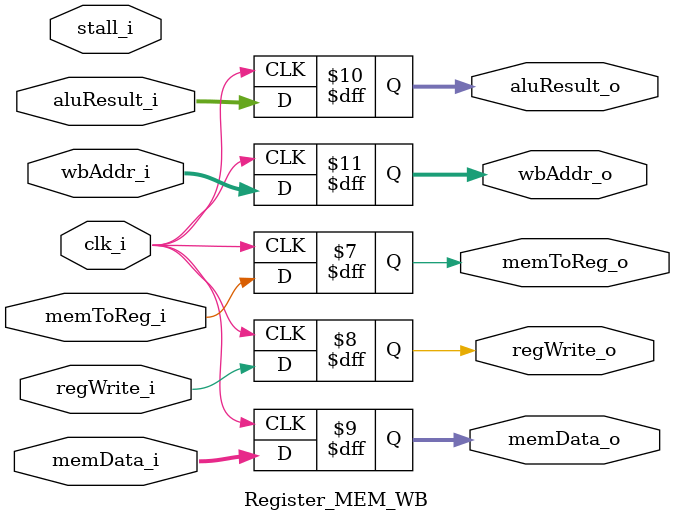
<source format=v>
module Register_MEM_WB
(
    clk_i,
    stall_i,

    memToReg_i,
    regWrite_i,
    memData_i,
    aluResult_i,
    wbAddr_i,

    memToReg_o,
    regWrite_o,
    memData_o,
    aluResult_o,
    wbAddr_o
);

// Interface
input               clk_i;
input               stall_i;

input               memToReg_i;
input               regWrite_i;
input       [31:0]  memData_i;
input       [31:0]  aluResult_i;
input       [4:0]   wbAddr_i;

output  reg         memToReg_o = 0;
output  reg         regWrite_o = 0;
output  reg [31:0]  memData_o = 0;
output  reg [31:0]  aluResult_o = 0;
output  reg [4:0]   wbAddr_o = 0;


// Calculation
always @ (posedge clk_i) begin
    if(clk_i)begin
        memToReg_o  <= memToReg_i;
        regWrite_o  <= regWrite_i;
        memData_o   <= memData_i;
        aluResult_o <= aluResult_i;
        wbAddr_o    <= wbAddr_i;
    end
end


endmodule
</source>
